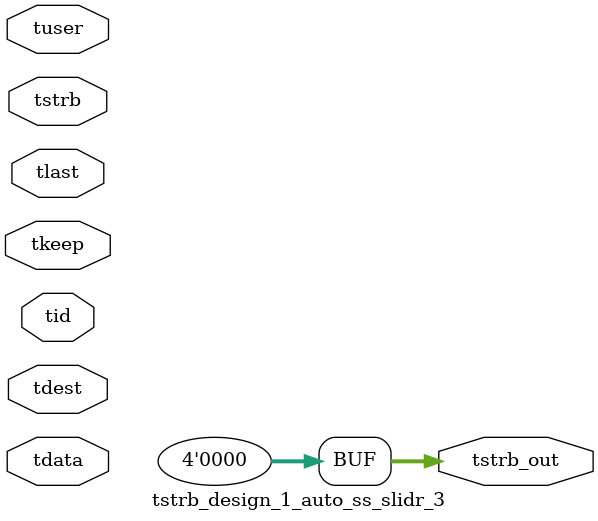
<source format=v>


`timescale 1ps/1ps

module tstrb_design_1_auto_ss_slidr_3 #
(
parameter C_S_AXIS_TDATA_WIDTH = 32,
parameter C_S_AXIS_TUSER_WIDTH = 0,
parameter C_S_AXIS_TID_WIDTH   = 0,
parameter C_S_AXIS_TDEST_WIDTH = 0,
parameter C_M_AXIS_TDATA_WIDTH = 32
)
(
input  [(C_S_AXIS_TDATA_WIDTH == 0 ? 1 : C_S_AXIS_TDATA_WIDTH)-1:0     ] tdata,
input  [(C_S_AXIS_TUSER_WIDTH == 0 ? 1 : C_S_AXIS_TUSER_WIDTH)-1:0     ] tuser,
input  [(C_S_AXIS_TID_WIDTH   == 0 ? 1 : C_S_AXIS_TID_WIDTH)-1:0       ] tid,
input  [(C_S_AXIS_TDEST_WIDTH == 0 ? 1 : C_S_AXIS_TDEST_WIDTH)-1:0     ] tdest,
input  [(C_S_AXIS_TDATA_WIDTH/8)-1:0 ] tkeep,
input  [(C_S_AXIS_TDATA_WIDTH/8)-1:0 ] tstrb,
input                                                                    tlast,
output [(C_M_AXIS_TDATA_WIDTH/8)-1:0 ] tstrb_out
);

assign tstrb_out = {1'b0};

endmodule


</source>
